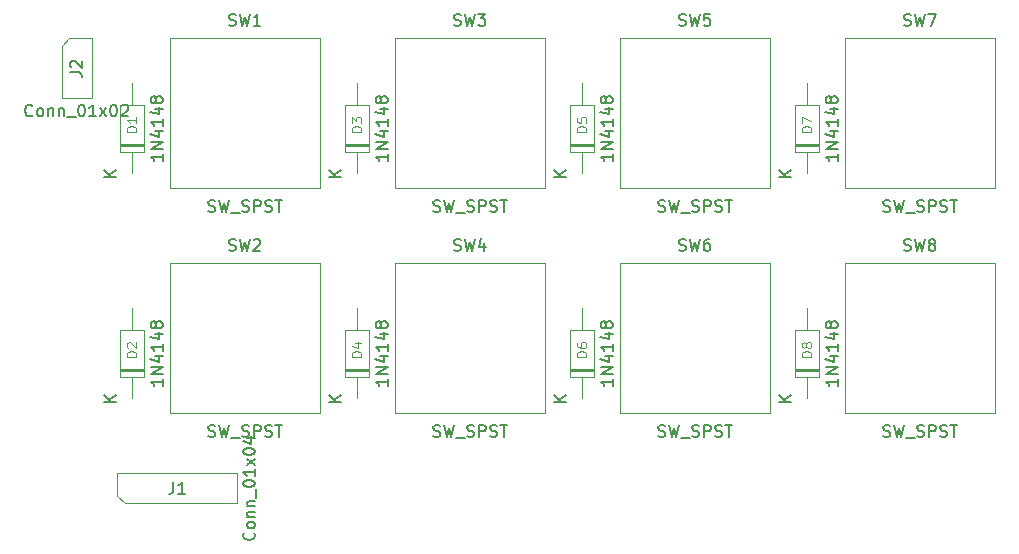
<source format=gbr>
G04 #@! TF.GenerationSoftware,KiCad,Pcbnew,(5.1.2)-1*
G04 #@! TF.CreationDate,2019-05-30T07:31:40-07:00*
G04 #@! TF.ProjectId,mechanical_keyboard_mk0,6d656368-616e-4696-9361-6c5f6b657962,rev?*
G04 #@! TF.SameCoordinates,Original*
G04 #@! TF.FileFunction,Other,Fab,Top*
%FSLAX46Y46*%
G04 Gerber Fmt 4.6, Leading zero omitted, Abs format (unit mm)*
G04 Created by KiCad (PCBNEW (5.1.2)-1) date 2019-05-30 07:31:40*
%MOMM*%
%LPD*%
G04 APERTURE LIST*
%ADD10C,0.100000*%
%ADD11C,0.150000*%
%ADD12C,0.120000*%
G04 APERTURE END LIST*
D10*
X104140000Y-60198000D02*
X104140000Y-47498000D01*
X116840000Y-60198000D02*
X104140000Y-60198000D01*
X116840000Y-47498000D02*
X116840000Y-60198000D01*
X104140000Y-47498000D02*
X116840000Y-47498000D01*
X161290000Y-79248000D02*
X161290000Y-66548000D01*
X173990000Y-79248000D02*
X161290000Y-79248000D01*
X173990000Y-66548000D02*
X173990000Y-79248000D01*
X161290000Y-66548000D02*
X173990000Y-66548000D01*
X161290000Y-60198000D02*
X161290000Y-47498000D01*
X173990000Y-60198000D02*
X161290000Y-60198000D01*
X173990000Y-47498000D02*
X173990000Y-60198000D01*
X161290000Y-47498000D02*
X173990000Y-47498000D01*
X142240000Y-79248000D02*
X142240000Y-66548000D01*
X154940000Y-79248000D02*
X142240000Y-79248000D01*
X154940000Y-66548000D02*
X154940000Y-79248000D01*
X142240000Y-66548000D02*
X154940000Y-66548000D01*
X142240000Y-60198000D02*
X142240000Y-47498000D01*
X154940000Y-60198000D02*
X142240000Y-60198000D01*
X154940000Y-47498000D02*
X154940000Y-60198000D01*
X142240000Y-47498000D02*
X154940000Y-47498000D01*
X94996000Y-48133000D02*
X95631000Y-47498000D01*
X94996000Y-52578000D02*
X94996000Y-48133000D01*
X97536000Y-52578000D02*
X94996000Y-52578000D01*
X97536000Y-47498000D02*
X97536000Y-52578000D01*
X95631000Y-47498000D02*
X97536000Y-47498000D01*
X100330000Y-86868000D02*
X99695000Y-86233000D01*
X109855000Y-86868000D02*
X100330000Y-86868000D01*
X109855000Y-84328000D02*
X109855000Y-86868000D01*
X99695000Y-84328000D02*
X109855000Y-84328000D01*
X99695000Y-86233000D02*
X99695000Y-84328000D01*
X157115000Y-75668000D02*
X159115000Y-75668000D01*
X157115000Y-75468000D02*
X159115000Y-75468000D01*
X157115000Y-75568000D02*
X159115000Y-75568000D01*
X158115000Y-70358000D02*
X158115000Y-72168000D01*
X158115000Y-77978000D02*
X158115000Y-76168000D01*
X157115000Y-72168000D02*
X157115000Y-76168000D01*
X159115000Y-72168000D02*
X157115000Y-72168000D01*
X159115000Y-76168000D02*
X159115000Y-72168000D01*
X157115000Y-76168000D02*
X159115000Y-76168000D01*
X157115000Y-56618000D02*
X159115000Y-56618000D01*
X157115000Y-56418000D02*
X159115000Y-56418000D01*
X157115000Y-56518000D02*
X159115000Y-56518000D01*
X158115000Y-51308000D02*
X158115000Y-53118000D01*
X158115000Y-58928000D02*
X158115000Y-57118000D01*
X157115000Y-53118000D02*
X157115000Y-57118000D01*
X159115000Y-53118000D02*
X157115000Y-53118000D01*
X159115000Y-57118000D02*
X159115000Y-53118000D01*
X157115000Y-57118000D02*
X159115000Y-57118000D01*
X138065000Y-75668000D02*
X140065000Y-75668000D01*
X138065000Y-75468000D02*
X140065000Y-75468000D01*
X138065000Y-75568000D02*
X140065000Y-75568000D01*
X139065000Y-70358000D02*
X139065000Y-72168000D01*
X139065000Y-77978000D02*
X139065000Y-76168000D01*
X138065000Y-72168000D02*
X138065000Y-76168000D01*
X140065000Y-72168000D02*
X138065000Y-72168000D01*
X140065000Y-76168000D02*
X140065000Y-72168000D01*
X138065000Y-76168000D02*
X140065000Y-76168000D01*
X138065000Y-56618000D02*
X140065000Y-56618000D01*
X138065000Y-56418000D02*
X140065000Y-56418000D01*
X138065000Y-56518000D02*
X140065000Y-56518000D01*
X139065000Y-51308000D02*
X139065000Y-53118000D01*
X139065000Y-58928000D02*
X139065000Y-57118000D01*
X138065000Y-53118000D02*
X138065000Y-57118000D01*
X140065000Y-53118000D02*
X138065000Y-53118000D01*
X140065000Y-57118000D02*
X140065000Y-53118000D01*
X138065000Y-57118000D02*
X140065000Y-57118000D01*
X123190000Y-79248000D02*
X123190000Y-66548000D01*
X135890000Y-79248000D02*
X123190000Y-79248000D01*
X135890000Y-66548000D02*
X135890000Y-79248000D01*
X123190000Y-66548000D02*
X135890000Y-66548000D01*
X123190000Y-60198000D02*
X123190000Y-47498000D01*
X135890000Y-60198000D02*
X123190000Y-60198000D01*
X135890000Y-47498000D02*
X135890000Y-60198000D01*
X123190000Y-47498000D02*
X135890000Y-47498000D01*
X104140000Y-79248000D02*
X104140000Y-66548000D01*
X116840000Y-79248000D02*
X104140000Y-79248000D01*
X116840000Y-66548000D02*
X116840000Y-79248000D01*
X104140000Y-66548000D02*
X116840000Y-66548000D01*
X119015000Y-75668000D02*
X121015000Y-75668000D01*
X119015000Y-75468000D02*
X121015000Y-75468000D01*
X119015000Y-75568000D02*
X121015000Y-75568000D01*
X120015000Y-70358000D02*
X120015000Y-72168000D01*
X120015000Y-77978000D02*
X120015000Y-76168000D01*
X119015000Y-72168000D02*
X119015000Y-76168000D01*
X121015000Y-72168000D02*
X119015000Y-72168000D01*
X121015000Y-76168000D02*
X121015000Y-72168000D01*
X119015000Y-76168000D02*
X121015000Y-76168000D01*
X119015000Y-56618000D02*
X121015000Y-56618000D01*
X119015000Y-56418000D02*
X121015000Y-56418000D01*
X119015000Y-56518000D02*
X121015000Y-56518000D01*
X120015000Y-51308000D02*
X120015000Y-53118000D01*
X120015000Y-58928000D02*
X120015000Y-57118000D01*
X119015000Y-53118000D02*
X119015000Y-57118000D01*
X121015000Y-53118000D02*
X119015000Y-53118000D01*
X121015000Y-57118000D02*
X121015000Y-53118000D01*
X119015000Y-57118000D02*
X121015000Y-57118000D01*
X99965000Y-75668000D02*
X101965000Y-75668000D01*
X99965000Y-75468000D02*
X101965000Y-75468000D01*
X99965000Y-75568000D02*
X101965000Y-75568000D01*
X100965000Y-70358000D02*
X100965000Y-72168000D01*
X100965000Y-77978000D02*
X100965000Y-76168000D01*
X99965000Y-72168000D02*
X99965000Y-76168000D01*
X101965000Y-72168000D02*
X99965000Y-72168000D01*
X101965000Y-76168000D02*
X101965000Y-72168000D01*
X99965000Y-76168000D02*
X101965000Y-76168000D01*
X99965000Y-56618000D02*
X101965000Y-56618000D01*
X99965000Y-56418000D02*
X101965000Y-56418000D01*
X99965000Y-56518000D02*
X101965000Y-56518000D01*
X100965000Y-51308000D02*
X100965000Y-53118000D01*
X100965000Y-58928000D02*
X100965000Y-57118000D01*
X99965000Y-53118000D02*
X99965000Y-57118000D01*
X101965000Y-53118000D02*
X99965000Y-53118000D01*
X101965000Y-57118000D02*
X101965000Y-53118000D01*
X99965000Y-57118000D02*
X101965000Y-57118000D01*
D11*
X107418571Y-62126761D02*
X107561428Y-62174380D01*
X107799523Y-62174380D01*
X107894761Y-62126761D01*
X107942380Y-62079142D01*
X107990000Y-61983904D01*
X107990000Y-61888666D01*
X107942380Y-61793428D01*
X107894761Y-61745809D01*
X107799523Y-61698190D01*
X107609047Y-61650571D01*
X107513809Y-61602952D01*
X107466190Y-61555333D01*
X107418571Y-61460095D01*
X107418571Y-61364857D01*
X107466190Y-61269619D01*
X107513809Y-61222000D01*
X107609047Y-61174380D01*
X107847142Y-61174380D01*
X107990000Y-61222000D01*
X108323333Y-61174380D02*
X108561428Y-62174380D01*
X108751904Y-61460095D01*
X108942380Y-62174380D01*
X109180476Y-61174380D01*
X109323333Y-62269619D02*
X110085238Y-62269619D01*
X110275714Y-62126761D02*
X110418571Y-62174380D01*
X110656666Y-62174380D01*
X110751904Y-62126761D01*
X110799523Y-62079142D01*
X110847142Y-61983904D01*
X110847142Y-61888666D01*
X110799523Y-61793428D01*
X110751904Y-61745809D01*
X110656666Y-61698190D01*
X110466190Y-61650571D01*
X110370952Y-61602952D01*
X110323333Y-61555333D01*
X110275714Y-61460095D01*
X110275714Y-61364857D01*
X110323333Y-61269619D01*
X110370952Y-61222000D01*
X110466190Y-61174380D01*
X110704285Y-61174380D01*
X110847142Y-61222000D01*
X111275714Y-62174380D02*
X111275714Y-61174380D01*
X111656666Y-61174380D01*
X111751904Y-61222000D01*
X111799523Y-61269619D01*
X111847142Y-61364857D01*
X111847142Y-61507714D01*
X111799523Y-61602952D01*
X111751904Y-61650571D01*
X111656666Y-61698190D01*
X111275714Y-61698190D01*
X112228095Y-62126761D02*
X112370952Y-62174380D01*
X112609047Y-62174380D01*
X112704285Y-62126761D01*
X112751904Y-62079142D01*
X112799523Y-61983904D01*
X112799523Y-61888666D01*
X112751904Y-61793428D01*
X112704285Y-61745809D01*
X112609047Y-61698190D01*
X112418571Y-61650571D01*
X112323333Y-61602952D01*
X112275714Y-61555333D01*
X112228095Y-61460095D01*
X112228095Y-61364857D01*
X112275714Y-61269619D01*
X112323333Y-61222000D01*
X112418571Y-61174380D01*
X112656666Y-61174380D01*
X112799523Y-61222000D01*
X113085238Y-61174380D02*
X113656666Y-61174380D01*
X113370952Y-62174380D02*
X113370952Y-61174380D01*
X109156666Y-46378761D02*
X109299523Y-46426380D01*
X109537619Y-46426380D01*
X109632857Y-46378761D01*
X109680476Y-46331142D01*
X109728095Y-46235904D01*
X109728095Y-46140666D01*
X109680476Y-46045428D01*
X109632857Y-45997809D01*
X109537619Y-45950190D01*
X109347142Y-45902571D01*
X109251904Y-45854952D01*
X109204285Y-45807333D01*
X109156666Y-45712095D01*
X109156666Y-45616857D01*
X109204285Y-45521619D01*
X109251904Y-45474000D01*
X109347142Y-45426380D01*
X109585238Y-45426380D01*
X109728095Y-45474000D01*
X110061428Y-45426380D02*
X110299523Y-46426380D01*
X110490000Y-45712095D01*
X110680476Y-46426380D01*
X110918571Y-45426380D01*
X111823333Y-46426380D02*
X111251904Y-46426380D01*
X111537619Y-46426380D02*
X111537619Y-45426380D01*
X111442380Y-45569238D01*
X111347142Y-45664476D01*
X111251904Y-45712095D01*
X164568571Y-81176761D02*
X164711428Y-81224380D01*
X164949523Y-81224380D01*
X165044761Y-81176761D01*
X165092380Y-81129142D01*
X165140000Y-81033904D01*
X165140000Y-80938666D01*
X165092380Y-80843428D01*
X165044761Y-80795809D01*
X164949523Y-80748190D01*
X164759047Y-80700571D01*
X164663809Y-80652952D01*
X164616190Y-80605333D01*
X164568571Y-80510095D01*
X164568571Y-80414857D01*
X164616190Y-80319619D01*
X164663809Y-80272000D01*
X164759047Y-80224380D01*
X164997142Y-80224380D01*
X165140000Y-80272000D01*
X165473333Y-80224380D02*
X165711428Y-81224380D01*
X165901904Y-80510095D01*
X166092380Y-81224380D01*
X166330476Y-80224380D01*
X166473333Y-81319619D02*
X167235238Y-81319619D01*
X167425714Y-81176761D02*
X167568571Y-81224380D01*
X167806666Y-81224380D01*
X167901904Y-81176761D01*
X167949523Y-81129142D01*
X167997142Y-81033904D01*
X167997142Y-80938666D01*
X167949523Y-80843428D01*
X167901904Y-80795809D01*
X167806666Y-80748190D01*
X167616190Y-80700571D01*
X167520952Y-80652952D01*
X167473333Y-80605333D01*
X167425714Y-80510095D01*
X167425714Y-80414857D01*
X167473333Y-80319619D01*
X167520952Y-80272000D01*
X167616190Y-80224380D01*
X167854285Y-80224380D01*
X167997142Y-80272000D01*
X168425714Y-81224380D02*
X168425714Y-80224380D01*
X168806666Y-80224380D01*
X168901904Y-80272000D01*
X168949523Y-80319619D01*
X168997142Y-80414857D01*
X168997142Y-80557714D01*
X168949523Y-80652952D01*
X168901904Y-80700571D01*
X168806666Y-80748190D01*
X168425714Y-80748190D01*
X169378095Y-81176761D02*
X169520952Y-81224380D01*
X169759047Y-81224380D01*
X169854285Y-81176761D01*
X169901904Y-81129142D01*
X169949523Y-81033904D01*
X169949523Y-80938666D01*
X169901904Y-80843428D01*
X169854285Y-80795809D01*
X169759047Y-80748190D01*
X169568571Y-80700571D01*
X169473333Y-80652952D01*
X169425714Y-80605333D01*
X169378095Y-80510095D01*
X169378095Y-80414857D01*
X169425714Y-80319619D01*
X169473333Y-80272000D01*
X169568571Y-80224380D01*
X169806666Y-80224380D01*
X169949523Y-80272000D01*
X170235238Y-80224380D02*
X170806666Y-80224380D01*
X170520952Y-81224380D02*
X170520952Y-80224380D01*
X166306666Y-65428761D02*
X166449523Y-65476380D01*
X166687619Y-65476380D01*
X166782857Y-65428761D01*
X166830476Y-65381142D01*
X166878095Y-65285904D01*
X166878095Y-65190666D01*
X166830476Y-65095428D01*
X166782857Y-65047809D01*
X166687619Y-65000190D01*
X166497142Y-64952571D01*
X166401904Y-64904952D01*
X166354285Y-64857333D01*
X166306666Y-64762095D01*
X166306666Y-64666857D01*
X166354285Y-64571619D01*
X166401904Y-64524000D01*
X166497142Y-64476380D01*
X166735238Y-64476380D01*
X166878095Y-64524000D01*
X167211428Y-64476380D02*
X167449523Y-65476380D01*
X167640000Y-64762095D01*
X167830476Y-65476380D01*
X168068571Y-64476380D01*
X168592380Y-64904952D02*
X168497142Y-64857333D01*
X168449523Y-64809714D01*
X168401904Y-64714476D01*
X168401904Y-64666857D01*
X168449523Y-64571619D01*
X168497142Y-64524000D01*
X168592380Y-64476380D01*
X168782857Y-64476380D01*
X168878095Y-64524000D01*
X168925714Y-64571619D01*
X168973333Y-64666857D01*
X168973333Y-64714476D01*
X168925714Y-64809714D01*
X168878095Y-64857333D01*
X168782857Y-64904952D01*
X168592380Y-64904952D01*
X168497142Y-64952571D01*
X168449523Y-65000190D01*
X168401904Y-65095428D01*
X168401904Y-65285904D01*
X168449523Y-65381142D01*
X168497142Y-65428761D01*
X168592380Y-65476380D01*
X168782857Y-65476380D01*
X168878095Y-65428761D01*
X168925714Y-65381142D01*
X168973333Y-65285904D01*
X168973333Y-65095428D01*
X168925714Y-65000190D01*
X168878095Y-64952571D01*
X168782857Y-64904952D01*
X164568571Y-62126761D02*
X164711428Y-62174380D01*
X164949523Y-62174380D01*
X165044761Y-62126761D01*
X165092380Y-62079142D01*
X165140000Y-61983904D01*
X165140000Y-61888666D01*
X165092380Y-61793428D01*
X165044761Y-61745809D01*
X164949523Y-61698190D01*
X164759047Y-61650571D01*
X164663809Y-61602952D01*
X164616190Y-61555333D01*
X164568571Y-61460095D01*
X164568571Y-61364857D01*
X164616190Y-61269619D01*
X164663809Y-61222000D01*
X164759047Y-61174380D01*
X164997142Y-61174380D01*
X165140000Y-61222000D01*
X165473333Y-61174380D02*
X165711428Y-62174380D01*
X165901904Y-61460095D01*
X166092380Y-62174380D01*
X166330476Y-61174380D01*
X166473333Y-62269619D02*
X167235238Y-62269619D01*
X167425714Y-62126761D02*
X167568571Y-62174380D01*
X167806666Y-62174380D01*
X167901904Y-62126761D01*
X167949523Y-62079142D01*
X167997142Y-61983904D01*
X167997142Y-61888666D01*
X167949523Y-61793428D01*
X167901904Y-61745809D01*
X167806666Y-61698190D01*
X167616190Y-61650571D01*
X167520952Y-61602952D01*
X167473333Y-61555333D01*
X167425714Y-61460095D01*
X167425714Y-61364857D01*
X167473333Y-61269619D01*
X167520952Y-61222000D01*
X167616190Y-61174380D01*
X167854285Y-61174380D01*
X167997142Y-61222000D01*
X168425714Y-62174380D02*
X168425714Y-61174380D01*
X168806666Y-61174380D01*
X168901904Y-61222000D01*
X168949523Y-61269619D01*
X168997142Y-61364857D01*
X168997142Y-61507714D01*
X168949523Y-61602952D01*
X168901904Y-61650571D01*
X168806666Y-61698190D01*
X168425714Y-61698190D01*
X169378095Y-62126761D02*
X169520952Y-62174380D01*
X169759047Y-62174380D01*
X169854285Y-62126761D01*
X169901904Y-62079142D01*
X169949523Y-61983904D01*
X169949523Y-61888666D01*
X169901904Y-61793428D01*
X169854285Y-61745809D01*
X169759047Y-61698190D01*
X169568571Y-61650571D01*
X169473333Y-61602952D01*
X169425714Y-61555333D01*
X169378095Y-61460095D01*
X169378095Y-61364857D01*
X169425714Y-61269619D01*
X169473333Y-61222000D01*
X169568571Y-61174380D01*
X169806666Y-61174380D01*
X169949523Y-61222000D01*
X170235238Y-61174380D02*
X170806666Y-61174380D01*
X170520952Y-62174380D02*
X170520952Y-61174380D01*
X166306666Y-46378761D02*
X166449523Y-46426380D01*
X166687619Y-46426380D01*
X166782857Y-46378761D01*
X166830476Y-46331142D01*
X166878095Y-46235904D01*
X166878095Y-46140666D01*
X166830476Y-46045428D01*
X166782857Y-45997809D01*
X166687619Y-45950190D01*
X166497142Y-45902571D01*
X166401904Y-45854952D01*
X166354285Y-45807333D01*
X166306666Y-45712095D01*
X166306666Y-45616857D01*
X166354285Y-45521619D01*
X166401904Y-45474000D01*
X166497142Y-45426380D01*
X166735238Y-45426380D01*
X166878095Y-45474000D01*
X167211428Y-45426380D02*
X167449523Y-46426380D01*
X167640000Y-45712095D01*
X167830476Y-46426380D01*
X168068571Y-45426380D01*
X168354285Y-45426380D02*
X169020952Y-45426380D01*
X168592380Y-46426380D01*
X145518571Y-81176761D02*
X145661428Y-81224380D01*
X145899523Y-81224380D01*
X145994761Y-81176761D01*
X146042380Y-81129142D01*
X146090000Y-81033904D01*
X146090000Y-80938666D01*
X146042380Y-80843428D01*
X145994761Y-80795809D01*
X145899523Y-80748190D01*
X145709047Y-80700571D01*
X145613809Y-80652952D01*
X145566190Y-80605333D01*
X145518571Y-80510095D01*
X145518571Y-80414857D01*
X145566190Y-80319619D01*
X145613809Y-80272000D01*
X145709047Y-80224380D01*
X145947142Y-80224380D01*
X146090000Y-80272000D01*
X146423333Y-80224380D02*
X146661428Y-81224380D01*
X146851904Y-80510095D01*
X147042380Y-81224380D01*
X147280476Y-80224380D01*
X147423333Y-81319619D02*
X148185238Y-81319619D01*
X148375714Y-81176761D02*
X148518571Y-81224380D01*
X148756666Y-81224380D01*
X148851904Y-81176761D01*
X148899523Y-81129142D01*
X148947142Y-81033904D01*
X148947142Y-80938666D01*
X148899523Y-80843428D01*
X148851904Y-80795809D01*
X148756666Y-80748190D01*
X148566190Y-80700571D01*
X148470952Y-80652952D01*
X148423333Y-80605333D01*
X148375714Y-80510095D01*
X148375714Y-80414857D01*
X148423333Y-80319619D01*
X148470952Y-80272000D01*
X148566190Y-80224380D01*
X148804285Y-80224380D01*
X148947142Y-80272000D01*
X149375714Y-81224380D02*
X149375714Y-80224380D01*
X149756666Y-80224380D01*
X149851904Y-80272000D01*
X149899523Y-80319619D01*
X149947142Y-80414857D01*
X149947142Y-80557714D01*
X149899523Y-80652952D01*
X149851904Y-80700571D01*
X149756666Y-80748190D01*
X149375714Y-80748190D01*
X150328095Y-81176761D02*
X150470952Y-81224380D01*
X150709047Y-81224380D01*
X150804285Y-81176761D01*
X150851904Y-81129142D01*
X150899523Y-81033904D01*
X150899523Y-80938666D01*
X150851904Y-80843428D01*
X150804285Y-80795809D01*
X150709047Y-80748190D01*
X150518571Y-80700571D01*
X150423333Y-80652952D01*
X150375714Y-80605333D01*
X150328095Y-80510095D01*
X150328095Y-80414857D01*
X150375714Y-80319619D01*
X150423333Y-80272000D01*
X150518571Y-80224380D01*
X150756666Y-80224380D01*
X150899523Y-80272000D01*
X151185238Y-80224380D02*
X151756666Y-80224380D01*
X151470952Y-81224380D02*
X151470952Y-80224380D01*
X147256666Y-65428761D02*
X147399523Y-65476380D01*
X147637619Y-65476380D01*
X147732857Y-65428761D01*
X147780476Y-65381142D01*
X147828095Y-65285904D01*
X147828095Y-65190666D01*
X147780476Y-65095428D01*
X147732857Y-65047809D01*
X147637619Y-65000190D01*
X147447142Y-64952571D01*
X147351904Y-64904952D01*
X147304285Y-64857333D01*
X147256666Y-64762095D01*
X147256666Y-64666857D01*
X147304285Y-64571619D01*
X147351904Y-64524000D01*
X147447142Y-64476380D01*
X147685238Y-64476380D01*
X147828095Y-64524000D01*
X148161428Y-64476380D02*
X148399523Y-65476380D01*
X148590000Y-64762095D01*
X148780476Y-65476380D01*
X149018571Y-64476380D01*
X149828095Y-64476380D02*
X149637619Y-64476380D01*
X149542380Y-64524000D01*
X149494761Y-64571619D01*
X149399523Y-64714476D01*
X149351904Y-64904952D01*
X149351904Y-65285904D01*
X149399523Y-65381142D01*
X149447142Y-65428761D01*
X149542380Y-65476380D01*
X149732857Y-65476380D01*
X149828095Y-65428761D01*
X149875714Y-65381142D01*
X149923333Y-65285904D01*
X149923333Y-65047809D01*
X149875714Y-64952571D01*
X149828095Y-64904952D01*
X149732857Y-64857333D01*
X149542380Y-64857333D01*
X149447142Y-64904952D01*
X149399523Y-64952571D01*
X149351904Y-65047809D01*
X145518571Y-62126761D02*
X145661428Y-62174380D01*
X145899523Y-62174380D01*
X145994761Y-62126761D01*
X146042380Y-62079142D01*
X146090000Y-61983904D01*
X146090000Y-61888666D01*
X146042380Y-61793428D01*
X145994761Y-61745809D01*
X145899523Y-61698190D01*
X145709047Y-61650571D01*
X145613809Y-61602952D01*
X145566190Y-61555333D01*
X145518571Y-61460095D01*
X145518571Y-61364857D01*
X145566190Y-61269619D01*
X145613809Y-61222000D01*
X145709047Y-61174380D01*
X145947142Y-61174380D01*
X146090000Y-61222000D01*
X146423333Y-61174380D02*
X146661428Y-62174380D01*
X146851904Y-61460095D01*
X147042380Y-62174380D01*
X147280476Y-61174380D01*
X147423333Y-62269619D02*
X148185238Y-62269619D01*
X148375714Y-62126761D02*
X148518571Y-62174380D01*
X148756666Y-62174380D01*
X148851904Y-62126761D01*
X148899523Y-62079142D01*
X148947142Y-61983904D01*
X148947142Y-61888666D01*
X148899523Y-61793428D01*
X148851904Y-61745809D01*
X148756666Y-61698190D01*
X148566190Y-61650571D01*
X148470952Y-61602952D01*
X148423333Y-61555333D01*
X148375714Y-61460095D01*
X148375714Y-61364857D01*
X148423333Y-61269619D01*
X148470952Y-61222000D01*
X148566190Y-61174380D01*
X148804285Y-61174380D01*
X148947142Y-61222000D01*
X149375714Y-62174380D02*
X149375714Y-61174380D01*
X149756666Y-61174380D01*
X149851904Y-61222000D01*
X149899523Y-61269619D01*
X149947142Y-61364857D01*
X149947142Y-61507714D01*
X149899523Y-61602952D01*
X149851904Y-61650571D01*
X149756666Y-61698190D01*
X149375714Y-61698190D01*
X150328095Y-62126761D02*
X150470952Y-62174380D01*
X150709047Y-62174380D01*
X150804285Y-62126761D01*
X150851904Y-62079142D01*
X150899523Y-61983904D01*
X150899523Y-61888666D01*
X150851904Y-61793428D01*
X150804285Y-61745809D01*
X150709047Y-61698190D01*
X150518571Y-61650571D01*
X150423333Y-61602952D01*
X150375714Y-61555333D01*
X150328095Y-61460095D01*
X150328095Y-61364857D01*
X150375714Y-61269619D01*
X150423333Y-61222000D01*
X150518571Y-61174380D01*
X150756666Y-61174380D01*
X150899523Y-61222000D01*
X151185238Y-61174380D02*
X151756666Y-61174380D01*
X151470952Y-62174380D02*
X151470952Y-61174380D01*
X147256666Y-46378761D02*
X147399523Y-46426380D01*
X147637619Y-46426380D01*
X147732857Y-46378761D01*
X147780476Y-46331142D01*
X147828095Y-46235904D01*
X147828095Y-46140666D01*
X147780476Y-46045428D01*
X147732857Y-45997809D01*
X147637619Y-45950190D01*
X147447142Y-45902571D01*
X147351904Y-45854952D01*
X147304285Y-45807333D01*
X147256666Y-45712095D01*
X147256666Y-45616857D01*
X147304285Y-45521619D01*
X147351904Y-45474000D01*
X147447142Y-45426380D01*
X147685238Y-45426380D01*
X147828095Y-45474000D01*
X148161428Y-45426380D02*
X148399523Y-46426380D01*
X148590000Y-45712095D01*
X148780476Y-46426380D01*
X149018571Y-45426380D01*
X149875714Y-45426380D02*
X149399523Y-45426380D01*
X149351904Y-45902571D01*
X149399523Y-45854952D01*
X149494761Y-45807333D01*
X149732857Y-45807333D01*
X149828095Y-45854952D01*
X149875714Y-45902571D01*
X149923333Y-45997809D01*
X149923333Y-46235904D01*
X149875714Y-46331142D01*
X149828095Y-46378761D01*
X149732857Y-46426380D01*
X149494761Y-46426380D01*
X149399523Y-46378761D01*
X149351904Y-46331142D01*
X92527904Y-53995142D02*
X92480285Y-54042761D01*
X92337428Y-54090380D01*
X92242190Y-54090380D01*
X92099333Y-54042761D01*
X92004095Y-53947523D01*
X91956476Y-53852285D01*
X91908857Y-53661809D01*
X91908857Y-53518952D01*
X91956476Y-53328476D01*
X92004095Y-53233238D01*
X92099333Y-53138000D01*
X92242190Y-53090380D01*
X92337428Y-53090380D01*
X92480285Y-53138000D01*
X92527904Y-53185619D01*
X93099333Y-54090380D02*
X93004095Y-54042761D01*
X92956476Y-53995142D01*
X92908857Y-53899904D01*
X92908857Y-53614190D01*
X92956476Y-53518952D01*
X93004095Y-53471333D01*
X93099333Y-53423714D01*
X93242190Y-53423714D01*
X93337428Y-53471333D01*
X93385047Y-53518952D01*
X93432666Y-53614190D01*
X93432666Y-53899904D01*
X93385047Y-53995142D01*
X93337428Y-54042761D01*
X93242190Y-54090380D01*
X93099333Y-54090380D01*
X93861238Y-53423714D02*
X93861238Y-54090380D01*
X93861238Y-53518952D02*
X93908857Y-53471333D01*
X94004095Y-53423714D01*
X94146952Y-53423714D01*
X94242190Y-53471333D01*
X94289809Y-53566571D01*
X94289809Y-54090380D01*
X94766000Y-53423714D02*
X94766000Y-54090380D01*
X94766000Y-53518952D02*
X94813619Y-53471333D01*
X94908857Y-53423714D01*
X95051714Y-53423714D01*
X95146952Y-53471333D01*
X95194571Y-53566571D01*
X95194571Y-54090380D01*
X95432666Y-54185619D02*
X96194571Y-54185619D01*
X96623142Y-53090380D02*
X96718380Y-53090380D01*
X96813619Y-53138000D01*
X96861238Y-53185619D01*
X96908857Y-53280857D01*
X96956476Y-53471333D01*
X96956476Y-53709428D01*
X96908857Y-53899904D01*
X96861238Y-53995142D01*
X96813619Y-54042761D01*
X96718380Y-54090380D01*
X96623142Y-54090380D01*
X96527904Y-54042761D01*
X96480285Y-53995142D01*
X96432666Y-53899904D01*
X96385047Y-53709428D01*
X96385047Y-53471333D01*
X96432666Y-53280857D01*
X96480285Y-53185619D01*
X96527904Y-53138000D01*
X96623142Y-53090380D01*
X97908857Y-54090380D02*
X97337428Y-54090380D01*
X97623142Y-54090380D02*
X97623142Y-53090380D01*
X97527904Y-53233238D01*
X97432666Y-53328476D01*
X97337428Y-53376095D01*
X98242190Y-54090380D02*
X98766000Y-53423714D01*
X98242190Y-53423714D02*
X98766000Y-54090380D01*
X99337428Y-53090380D02*
X99432666Y-53090380D01*
X99527904Y-53138000D01*
X99575523Y-53185619D01*
X99623142Y-53280857D01*
X99670761Y-53471333D01*
X99670761Y-53709428D01*
X99623142Y-53899904D01*
X99575523Y-53995142D01*
X99527904Y-54042761D01*
X99432666Y-54090380D01*
X99337428Y-54090380D01*
X99242190Y-54042761D01*
X99194571Y-53995142D01*
X99146952Y-53899904D01*
X99099333Y-53709428D01*
X99099333Y-53471333D01*
X99146952Y-53280857D01*
X99194571Y-53185619D01*
X99242190Y-53138000D01*
X99337428Y-53090380D01*
X100051714Y-53185619D02*
X100099333Y-53138000D01*
X100194571Y-53090380D01*
X100432666Y-53090380D01*
X100527904Y-53138000D01*
X100575523Y-53185619D01*
X100623142Y-53280857D01*
X100623142Y-53376095D01*
X100575523Y-53518952D01*
X100004095Y-54090380D01*
X100623142Y-54090380D01*
X95718380Y-50371333D02*
X96432666Y-50371333D01*
X96575523Y-50418952D01*
X96670761Y-50514190D01*
X96718380Y-50657047D01*
X96718380Y-50752285D01*
X95813619Y-49942761D02*
X95766000Y-49895142D01*
X95718380Y-49799904D01*
X95718380Y-49561809D01*
X95766000Y-49466571D01*
X95813619Y-49418952D01*
X95908857Y-49371333D01*
X96004095Y-49371333D01*
X96146952Y-49418952D01*
X96718380Y-49990380D01*
X96718380Y-49371333D01*
X111272142Y-89336095D02*
X111319761Y-89383714D01*
X111367380Y-89526571D01*
X111367380Y-89621809D01*
X111319761Y-89764666D01*
X111224523Y-89859904D01*
X111129285Y-89907523D01*
X110938809Y-89955142D01*
X110795952Y-89955142D01*
X110605476Y-89907523D01*
X110510238Y-89859904D01*
X110415000Y-89764666D01*
X110367380Y-89621809D01*
X110367380Y-89526571D01*
X110415000Y-89383714D01*
X110462619Y-89336095D01*
X111367380Y-88764666D02*
X111319761Y-88859904D01*
X111272142Y-88907523D01*
X111176904Y-88955142D01*
X110891190Y-88955142D01*
X110795952Y-88907523D01*
X110748333Y-88859904D01*
X110700714Y-88764666D01*
X110700714Y-88621809D01*
X110748333Y-88526571D01*
X110795952Y-88478952D01*
X110891190Y-88431333D01*
X111176904Y-88431333D01*
X111272142Y-88478952D01*
X111319761Y-88526571D01*
X111367380Y-88621809D01*
X111367380Y-88764666D01*
X110700714Y-88002761D02*
X111367380Y-88002761D01*
X110795952Y-88002761D02*
X110748333Y-87955142D01*
X110700714Y-87859904D01*
X110700714Y-87717047D01*
X110748333Y-87621809D01*
X110843571Y-87574190D01*
X111367380Y-87574190D01*
X110700714Y-87098000D02*
X111367380Y-87098000D01*
X110795952Y-87098000D02*
X110748333Y-87050380D01*
X110700714Y-86955142D01*
X110700714Y-86812285D01*
X110748333Y-86717047D01*
X110843571Y-86669428D01*
X111367380Y-86669428D01*
X111462619Y-86431333D02*
X111462619Y-85669428D01*
X110367380Y-85240857D02*
X110367380Y-85145619D01*
X110415000Y-85050380D01*
X110462619Y-85002761D01*
X110557857Y-84955142D01*
X110748333Y-84907523D01*
X110986428Y-84907523D01*
X111176904Y-84955142D01*
X111272142Y-85002761D01*
X111319761Y-85050380D01*
X111367380Y-85145619D01*
X111367380Y-85240857D01*
X111319761Y-85336095D01*
X111272142Y-85383714D01*
X111176904Y-85431333D01*
X110986428Y-85478952D01*
X110748333Y-85478952D01*
X110557857Y-85431333D01*
X110462619Y-85383714D01*
X110415000Y-85336095D01*
X110367380Y-85240857D01*
X111367380Y-83955142D02*
X111367380Y-84526571D01*
X111367380Y-84240857D02*
X110367380Y-84240857D01*
X110510238Y-84336095D01*
X110605476Y-84431333D01*
X110653095Y-84526571D01*
X111367380Y-83621809D02*
X110700714Y-83098000D01*
X110700714Y-83621809D02*
X111367380Y-83098000D01*
X110367380Y-82526571D02*
X110367380Y-82431333D01*
X110415000Y-82336095D01*
X110462619Y-82288476D01*
X110557857Y-82240857D01*
X110748333Y-82193238D01*
X110986428Y-82193238D01*
X111176904Y-82240857D01*
X111272142Y-82288476D01*
X111319761Y-82336095D01*
X111367380Y-82431333D01*
X111367380Y-82526571D01*
X111319761Y-82621809D01*
X111272142Y-82669428D01*
X111176904Y-82717047D01*
X110986428Y-82764666D01*
X110748333Y-82764666D01*
X110557857Y-82717047D01*
X110462619Y-82669428D01*
X110415000Y-82621809D01*
X110367380Y-82526571D01*
X110700714Y-81336095D02*
X111367380Y-81336095D01*
X110319761Y-81574190D02*
X111034047Y-81812285D01*
X111034047Y-81193238D01*
X104441666Y-85050380D02*
X104441666Y-85764666D01*
X104394047Y-85907523D01*
X104298809Y-86002761D01*
X104155952Y-86050380D01*
X104060714Y-86050380D01*
X105441666Y-86050380D02*
X104870238Y-86050380D01*
X105155952Y-86050380D02*
X105155952Y-85050380D01*
X105060714Y-85193238D01*
X104965476Y-85288476D01*
X104870238Y-85336095D01*
X160687380Y-76310857D02*
X160687380Y-76882285D01*
X160687380Y-76596571D02*
X159687380Y-76596571D01*
X159830238Y-76691809D01*
X159925476Y-76787047D01*
X159973095Y-76882285D01*
X160687380Y-75882285D02*
X159687380Y-75882285D01*
X160687380Y-75310857D01*
X159687380Y-75310857D01*
X160020714Y-74406095D02*
X160687380Y-74406095D01*
X159639761Y-74644190D02*
X160354047Y-74882285D01*
X160354047Y-74263238D01*
X160687380Y-73358476D02*
X160687380Y-73929904D01*
X160687380Y-73644190D02*
X159687380Y-73644190D01*
X159830238Y-73739428D01*
X159925476Y-73834666D01*
X159973095Y-73929904D01*
X160020714Y-72501333D02*
X160687380Y-72501333D01*
X159639761Y-72739428D02*
X160354047Y-72977523D01*
X160354047Y-72358476D01*
X160115952Y-71834666D02*
X160068333Y-71929904D01*
X160020714Y-71977523D01*
X159925476Y-72025142D01*
X159877857Y-72025142D01*
X159782619Y-71977523D01*
X159735000Y-71929904D01*
X159687380Y-71834666D01*
X159687380Y-71644190D01*
X159735000Y-71548952D01*
X159782619Y-71501333D01*
X159877857Y-71453714D01*
X159925476Y-71453714D01*
X160020714Y-71501333D01*
X160068333Y-71548952D01*
X160115952Y-71644190D01*
X160115952Y-71834666D01*
X160163571Y-71929904D01*
X160211190Y-71977523D01*
X160306428Y-72025142D01*
X160496904Y-72025142D01*
X160592142Y-71977523D01*
X160639761Y-71929904D01*
X160687380Y-71834666D01*
X160687380Y-71644190D01*
X160639761Y-71548952D01*
X160592142Y-71501333D01*
X160496904Y-71453714D01*
X160306428Y-71453714D01*
X160211190Y-71501333D01*
X160163571Y-71548952D01*
X160115952Y-71644190D01*
X156767380Y-78239904D02*
X155767380Y-78239904D01*
X156767380Y-77668476D02*
X156195952Y-78097047D01*
X155767380Y-77668476D02*
X156338809Y-78239904D01*
D12*
X158476904Y-74458476D02*
X157676904Y-74458476D01*
X157676904Y-74268000D01*
X157715000Y-74153714D01*
X157791190Y-74077523D01*
X157867380Y-74039428D01*
X158019761Y-74001333D01*
X158134047Y-74001333D01*
X158286428Y-74039428D01*
X158362619Y-74077523D01*
X158438809Y-74153714D01*
X158476904Y-74268000D01*
X158476904Y-74458476D01*
X158019761Y-73544190D02*
X157981666Y-73620380D01*
X157943571Y-73658476D01*
X157867380Y-73696571D01*
X157829285Y-73696571D01*
X157753095Y-73658476D01*
X157715000Y-73620380D01*
X157676904Y-73544190D01*
X157676904Y-73391809D01*
X157715000Y-73315619D01*
X157753095Y-73277523D01*
X157829285Y-73239428D01*
X157867380Y-73239428D01*
X157943571Y-73277523D01*
X157981666Y-73315619D01*
X158019761Y-73391809D01*
X158019761Y-73544190D01*
X158057857Y-73620380D01*
X158095952Y-73658476D01*
X158172142Y-73696571D01*
X158324523Y-73696571D01*
X158400714Y-73658476D01*
X158438809Y-73620380D01*
X158476904Y-73544190D01*
X158476904Y-73391809D01*
X158438809Y-73315619D01*
X158400714Y-73277523D01*
X158324523Y-73239428D01*
X158172142Y-73239428D01*
X158095952Y-73277523D01*
X158057857Y-73315619D01*
X158019761Y-73391809D01*
D11*
X160687380Y-57260857D02*
X160687380Y-57832285D01*
X160687380Y-57546571D02*
X159687380Y-57546571D01*
X159830238Y-57641809D01*
X159925476Y-57737047D01*
X159973095Y-57832285D01*
X160687380Y-56832285D02*
X159687380Y-56832285D01*
X160687380Y-56260857D01*
X159687380Y-56260857D01*
X160020714Y-55356095D02*
X160687380Y-55356095D01*
X159639761Y-55594190D02*
X160354047Y-55832285D01*
X160354047Y-55213238D01*
X160687380Y-54308476D02*
X160687380Y-54879904D01*
X160687380Y-54594190D02*
X159687380Y-54594190D01*
X159830238Y-54689428D01*
X159925476Y-54784666D01*
X159973095Y-54879904D01*
X160020714Y-53451333D02*
X160687380Y-53451333D01*
X159639761Y-53689428D02*
X160354047Y-53927523D01*
X160354047Y-53308476D01*
X160115952Y-52784666D02*
X160068333Y-52879904D01*
X160020714Y-52927523D01*
X159925476Y-52975142D01*
X159877857Y-52975142D01*
X159782619Y-52927523D01*
X159735000Y-52879904D01*
X159687380Y-52784666D01*
X159687380Y-52594190D01*
X159735000Y-52498952D01*
X159782619Y-52451333D01*
X159877857Y-52403714D01*
X159925476Y-52403714D01*
X160020714Y-52451333D01*
X160068333Y-52498952D01*
X160115952Y-52594190D01*
X160115952Y-52784666D01*
X160163571Y-52879904D01*
X160211190Y-52927523D01*
X160306428Y-52975142D01*
X160496904Y-52975142D01*
X160592142Y-52927523D01*
X160639761Y-52879904D01*
X160687380Y-52784666D01*
X160687380Y-52594190D01*
X160639761Y-52498952D01*
X160592142Y-52451333D01*
X160496904Y-52403714D01*
X160306428Y-52403714D01*
X160211190Y-52451333D01*
X160163571Y-52498952D01*
X160115952Y-52594190D01*
X156767380Y-59189904D02*
X155767380Y-59189904D01*
X156767380Y-58618476D02*
X156195952Y-59047047D01*
X155767380Y-58618476D02*
X156338809Y-59189904D01*
D12*
X158476904Y-55408476D02*
X157676904Y-55408476D01*
X157676904Y-55218000D01*
X157715000Y-55103714D01*
X157791190Y-55027523D01*
X157867380Y-54989428D01*
X158019761Y-54951333D01*
X158134047Y-54951333D01*
X158286428Y-54989428D01*
X158362619Y-55027523D01*
X158438809Y-55103714D01*
X158476904Y-55218000D01*
X158476904Y-55408476D01*
X157676904Y-54684666D02*
X157676904Y-54151333D01*
X158476904Y-54494190D01*
D11*
X141637380Y-76310857D02*
X141637380Y-76882285D01*
X141637380Y-76596571D02*
X140637380Y-76596571D01*
X140780238Y-76691809D01*
X140875476Y-76787047D01*
X140923095Y-76882285D01*
X141637380Y-75882285D02*
X140637380Y-75882285D01*
X141637380Y-75310857D01*
X140637380Y-75310857D01*
X140970714Y-74406095D02*
X141637380Y-74406095D01*
X140589761Y-74644190D02*
X141304047Y-74882285D01*
X141304047Y-74263238D01*
X141637380Y-73358476D02*
X141637380Y-73929904D01*
X141637380Y-73644190D02*
X140637380Y-73644190D01*
X140780238Y-73739428D01*
X140875476Y-73834666D01*
X140923095Y-73929904D01*
X140970714Y-72501333D02*
X141637380Y-72501333D01*
X140589761Y-72739428D02*
X141304047Y-72977523D01*
X141304047Y-72358476D01*
X141065952Y-71834666D02*
X141018333Y-71929904D01*
X140970714Y-71977523D01*
X140875476Y-72025142D01*
X140827857Y-72025142D01*
X140732619Y-71977523D01*
X140685000Y-71929904D01*
X140637380Y-71834666D01*
X140637380Y-71644190D01*
X140685000Y-71548952D01*
X140732619Y-71501333D01*
X140827857Y-71453714D01*
X140875476Y-71453714D01*
X140970714Y-71501333D01*
X141018333Y-71548952D01*
X141065952Y-71644190D01*
X141065952Y-71834666D01*
X141113571Y-71929904D01*
X141161190Y-71977523D01*
X141256428Y-72025142D01*
X141446904Y-72025142D01*
X141542142Y-71977523D01*
X141589761Y-71929904D01*
X141637380Y-71834666D01*
X141637380Y-71644190D01*
X141589761Y-71548952D01*
X141542142Y-71501333D01*
X141446904Y-71453714D01*
X141256428Y-71453714D01*
X141161190Y-71501333D01*
X141113571Y-71548952D01*
X141065952Y-71644190D01*
X137717380Y-78239904D02*
X136717380Y-78239904D01*
X137717380Y-77668476D02*
X137145952Y-78097047D01*
X136717380Y-77668476D02*
X137288809Y-78239904D01*
D12*
X139426904Y-74458476D02*
X138626904Y-74458476D01*
X138626904Y-74268000D01*
X138665000Y-74153714D01*
X138741190Y-74077523D01*
X138817380Y-74039428D01*
X138969761Y-74001333D01*
X139084047Y-74001333D01*
X139236428Y-74039428D01*
X139312619Y-74077523D01*
X139388809Y-74153714D01*
X139426904Y-74268000D01*
X139426904Y-74458476D01*
X138626904Y-73315619D02*
X138626904Y-73468000D01*
X138665000Y-73544190D01*
X138703095Y-73582285D01*
X138817380Y-73658476D01*
X138969761Y-73696571D01*
X139274523Y-73696571D01*
X139350714Y-73658476D01*
X139388809Y-73620380D01*
X139426904Y-73544190D01*
X139426904Y-73391809D01*
X139388809Y-73315619D01*
X139350714Y-73277523D01*
X139274523Y-73239428D01*
X139084047Y-73239428D01*
X139007857Y-73277523D01*
X138969761Y-73315619D01*
X138931666Y-73391809D01*
X138931666Y-73544190D01*
X138969761Y-73620380D01*
X139007857Y-73658476D01*
X139084047Y-73696571D01*
D11*
X141637380Y-57260857D02*
X141637380Y-57832285D01*
X141637380Y-57546571D02*
X140637380Y-57546571D01*
X140780238Y-57641809D01*
X140875476Y-57737047D01*
X140923095Y-57832285D01*
X141637380Y-56832285D02*
X140637380Y-56832285D01*
X141637380Y-56260857D01*
X140637380Y-56260857D01*
X140970714Y-55356095D02*
X141637380Y-55356095D01*
X140589761Y-55594190D02*
X141304047Y-55832285D01*
X141304047Y-55213238D01*
X141637380Y-54308476D02*
X141637380Y-54879904D01*
X141637380Y-54594190D02*
X140637380Y-54594190D01*
X140780238Y-54689428D01*
X140875476Y-54784666D01*
X140923095Y-54879904D01*
X140970714Y-53451333D02*
X141637380Y-53451333D01*
X140589761Y-53689428D02*
X141304047Y-53927523D01*
X141304047Y-53308476D01*
X141065952Y-52784666D02*
X141018333Y-52879904D01*
X140970714Y-52927523D01*
X140875476Y-52975142D01*
X140827857Y-52975142D01*
X140732619Y-52927523D01*
X140685000Y-52879904D01*
X140637380Y-52784666D01*
X140637380Y-52594190D01*
X140685000Y-52498952D01*
X140732619Y-52451333D01*
X140827857Y-52403714D01*
X140875476Y-52403714D01*
X140970714Y-52451333D01*
X141018333Y-52498952D01*
X141065952Y-52594190D01*
X141065952Y-52784666D01*
X141113571Y-52879904D01*
X141161190Y-52927523D01*
X141256428Y-52975142D01*
X141446904Y-52975142D01*
X141542142Y-52927523D01*
X141589761Y-52879904D01*
X141637380Y-52784666D01*
X141637380Y-52594190D01*
X141589761Y-52498952D01*
X141542142Y-52451333D01*
X141446904Y-52403714D01*
X141256428Y-52403714D01*
X141161190Y-52451333D01*
X141113571Y-52498952D01*
X141065952Y-52594190D01*
X137717380Y-59189904D02*
X136717380Y-59189904D01*
X137717380Y-58618476D02*
X137145952Y-59047047D01*
X136717380Y-58618476D02*
X137288809Y-59189904D01*
D12*
X139426904Y-55408476D02*
X138626904Y-55408476D01*
X138626904Y-55218000D01*
X138665000Y-55103714D01*
X138741190Y-55027523D01*
X138817380Y-54989428D01*
X138969761Y-54951333D01*
X139084047Y-54951333D01*
X139236428Y-54989428D01*
X139312619Y-55027523D01*
X139388809Y-55103714D01*
X139426904Y-55218000D01*
X139426904Y-55408476D01*
X138626904Y-54227523D02*
X138626904Y-54608476D01*
X139007857Y-54646571D01*
X138969761Y-54608476D01*
X138931666Y-54532285D01*
X138931666Y-54341809D01*
X138969761Y-54265619D01*
X139007857Y-54227523D01*
X139084047Y-54189428D01*
X139274523Y-54189428D01*
X139350714Y-54227523D01*
X139388809Y-54265619D01*
X139426904Y-54341809D01*
X139426904Y-54532285D01*
X139388809Y-54608476D01*
X139350714Y-54646571D01*
D11*
X126468571Y-81176761D02*
X126611428Y-81224380D01*
X126849523Y-81224380D01*
X126944761Y-81176761D01*
X126992380Y-81129142D01*
X127040000Y-81033904D01*
X127040000Y-80938666D01*
X126992380Y-80843428D01*
X126944761Y-80795809D01*
X126849523Y-80748190D01*
X126659047Y-80700571D01*
X126563809Y-80652952D01*
X126516190Y-80605333D01*
X126468571Y-80510095D01*
X126468571Y-80414857D01*
X126516190Y-80319619D01*
X126563809Y-80272000D01*
X126659047Y-80224380D01*
X126897142Y-80224380D01*
X127040000Y-80272000D01*
X127373333Y-80224380D02*
X127611428Y-81224380D01*
X127801904Y-80510095D01*
X127992380Y-81224380D01*
X128230476Y-80224380D01*
X128373333Y-81319619D02*
X129135238Y-81319619D01*
X129325714Y-81176761D02*
X129468571Y-81224380D01*
X129706666Y-81224380D01*
X129801904Y-81176761D01*
X129849523Y-81129142D01*
X129897142Y-81033904D01*
X129897142Y-80938666D01*
X129849523Y-80843428D01*
X129801904Y-80795809D01*
X129706666Y-80748190D01*
X129516190Y-80700571D01*
X129420952Y-80652952D01*
X129373333Y-80605333D01*
X129325714Y-80510095D01*
X129325714Y-80414857D01*
X129373333Y-80319619D01*
X129420952Y-80272000D01*
X129516190Y-80224380D01*
X129754285Y-80224380D01*
X129897142Y-80272000D01*
X130325714Y-81224380D02*
X130325714Y-80224380D01*
X130706666Y-80224380D01*
X130801904Y-80272000D01*
X130849523Y-80319619D01*
X130897142Y-80414857D01*
X130897142Y-80557714D01*
X130849523Y-80652952D01*
X130801904Y-80700571D01*
X130706666Y-80748190D01*
X130325714Y-80748190D01*
X131278095Y-81176761D02*
X131420952Y-81224380D01*
X131659047Y-81224380D01*
X131754285Y-81176761D01*
X131801904Y-81129142D01*
X131849523Y-81033904D01*
X131849523Y-80938666D01*
X131801904Y-80843428D01*
X131754285Y-80795809D01*
X131659047Y-80748190D01*
X131468571Y-80700571D01*
X131373333Y-80652952D01*
X131325714Y-80605333D01*
X131278095Y-80510095D01*
X131278095Y-80414857D01*
X131325714Y-80319619D01*
X131373333Y-80272000D01*
X131468571Y-80224380D01*
X131706666Y-80224380D01*
X131849523Y-80272000D01*
X132135238Y-80224380D02*
X132706666Y-80224380D01*
X132420952Y-81224380D02*
X132420952Y-80224380D01*
X128206666Y-65428761D02*
X128349523Y-65476380D01*
X128587619Y-65476380D01*
X128682857Y-65428761D01*
X128730476Y-65381142D01*
X128778095Y-65285904D01*
X128778095Y-65190666D01*
X128730476Y-65095428D01*
X128682857Y-65047809D01*
X128587619Y-65000190D01*
X128397142Y-64952571D01*
X128301904Y-64904952D01*
X128254285Y-64857333D01*
X128206666Y-64762095D01*
X128206666Y-64666857D01*
X128254285Y-64571619D01*
X128301904Y-64524000D01*
X128397142Y-64476380D01*
X128635238Y-64476380D01*
X128778095Y-64524000D01*
X129111428Y-64476380D02*
X129349523Y-65476380D01*
X129540000Y-64762095D01*
X129730476Y-65476380D01*
X129968571Y-64476380D01*
X130778095Y-64809714D02*
X130778095Y-65476380D01*
X130540000Y-64428761D02*
X130301904Y-65143047D01*
X130920952Y-65143047D01*
X126468571Y-62126761D02*
X126611428Y-62174380D01*
X126849523Y-62174380D01*
X126944761Y-62126761D01*
X126992380Y-62079142D01*
X127040000Y-61983904D01*
X127040000Y-61888666D01*
X126992380Y-61793428D01*
X126944761Y-61745809D01*
X126849523Y-61698190D01*
X126659047Y-61650571D01*
X126563809Y-61602952D01*
X126516190Y-61555333D01*
X126468571Y-61460095D01*
X126468571Y-61364857D01*
X126516190Y-61269619D01*
X126563809Y-61222000D01*
X126659047Y-61174380D01*
X126897142Y-61174380D01*
X127040000Y-61222000D01*
X127373333Y-61174380D02*
X127611428Y-62174380D01*
X127801904Y-61460095D01*
X127992380Y-62174380D01*
X128230476Y-61174380D01*
X128373333Y-62269619D02*
X129135238Y-62269619D01*
X129325714Y-62126761D02*
X129468571Y-62174380D01*
X129706666Y-62174380D01*
X129801904Y-62126761D01*
X129849523Y-62079142D01*
X129897142Y-61983904D01*
X129897142Y-61888666D01*
X129849523Y-61793428D01*
X129801904Y-61745809D01*
X129706666Y-61698190D01*
X129516190Y-61650571D01*
X129420952Y-61602952D01*
X129373333Y-61555333D01*
X129325714Y-61460095D01*
X129325714Y-61364857D01*
X129373333Y-61269619D01*
X129420952Y-61222000D01*
X129516190Y-61174380D01*
X129754285Y-61174380D01*
X129897142Y-61222000D01*
X130325714Y-62174380D02*
X130325714Y-61174380D01*
X130706666Y-61174380D01*
X130801904Y-61222000D01*
X130849523Y-61269619D01*
X130897142Y-61364857D01*
X130897142Y-61507714D01*
X130849523Y-61602952D01*
X130801904Y-61650571D01*
X130706666Y-61698190D01*
X130325714Y-61698190D01*
X131278095Y-62126761D02*
X131420952Y-62174380D01*
X131659047Y-62174380D01*
X131754285Y-62126761D01*
X131801904Y-62079142D01*
X131849523Y-61983904D01*
X131849523Y-61888666D01*
X131801904Y-61793428D01*
X131754285Y-61745809D01*
X131659047Y-61698190D01*
X131468571Y-61650571D01*
X131373333Y-61602952D01*
X131325714Y-61555333D01*
X131278095Y-61460095D01*
X131278095Y-61364857D01*
X131325714Y-61269619D01*
X131373333Y-61222000D01*
X131468571Y-61174380D01*
X131706666Y-61174380D01*
X131849523Y-61222000D01*
X132135238Y-61174380D02*
X132706666Y-61174380D01*
X132420952Y-62174380D02*
X132420952Y-61174380D01*
X128206666Y-46378761D02*
X128349523Y-46426380D01*
X128587619Y-46426380D01*
X128682857Y-46378761D01*
X128730476Y-46331142D01*
X128778095Y-46235904D01*
X128778095Y-46140666D01*
X128730476Y-46045428D01*
X128682857Y-45997809D01*
X128587619Y-45950190D01*
X128397142Y-45902571D01*
X128301904Y-45854952D01*
X128254285Y-45807333D01*
X128206666Y-45712095D01*
X128206666Y-45616857D01*
X128254285Y-45521619D01*
X128301904Y-45474000D01*
X128397142Y-45426380D01*
X128635238Y-45426380D01*
X128778095Y-45474000D01*
X129111428Y-45426380D02*
X129349523Y-46426380D01*
X129540000Y-45712095D01*
X129730476Y-46426380D01*
X129968571Y-45426380D01*
X130254285Y-45426380D02*
X130873333Y-45426380D01*
X130540000Y-45807333D01*
X130682857Y-45807333D01*
X130778095Y-45854952D01*
X130825714Y-45902571D01*
X130873333Y-45997809D01*
X130873333Y-46235904D01*
X130825714Y-46331142D01*
X130778095Y-46378761D01*
X130682857Y-46426380D01*
X130397142Y-46426380D01*
X130301904Y-46378761D01*
X130254285Y-46331142D01*
X107418571Y-81176761D02*
X107561428Y-81224380D01*
X107799523Y-81224380D01*
X107894761Y-81176761D01*
X107942380Y-81129142D01*
X107990000Y-81033904D01*
X107990000Y-80938666D01*
X107942380Y-80843428D01*
X107894761Y-80795809D01*
X107799523Y-80748190D01*
X107609047Y-80700571D01*
X107513809Y-80652952D01*
X107466190Y-80605333D01*
X107418571Y-80510095D01*
X107418571Y-80414857D01*
X107466190Y-80319619D01*
X107513809Y-80272000D01*
X107609047Y-80224380D01*
X107847142Y-80224380D01*
X107990000Y-80272000D01*
X108323333Y-80224380D02*
X108561428Y-81224380D01*
X108751904Y-80510095D01*
X108942380Y-81224380D01*
X109180476Y-80224380D01*
X109323333Y-81319619D02*
X110085238Y-81319619D01*
X110275714Y-81176761D02*
X110418571Y-81224380D01*
X110656666Y-81224380D01*
X110751904Y-81176761D01*
X110799523Y-81129142D01*
X110847142Y-81033904D01*
X110847142Y-80938666D01*
X110799523Y-80843428D01*
X110751904Y-80795809D01*
X110656666Y-80748190D01*
X110466190Y-80700571D01*
X110370952Y-80652952D01*
X110323333Y-80605333D01*
X110275714Y-80510095D01*
X110275714Y-80414857D01*
X110323333Y-80319619D01*
X110370952Y-80272000D01*
X110466190Y-80224380D01*
X110704285Y-80224380D01*
X110847142Y-80272000D01*
X111275714Y-81224380D02*
X111275714Y-80224380D01*
X111656666Y-80224380D01*
X111751904Y-80272000D01*
X111799523Y-80319619D01*
X111847142Y-80414857D01*
X111847142Y-80557714D01*
X111799523Y-80652952D01*
X111751904Y-80700571D01*
X111656666Y-80748190D01*
X111275714Y-80748190D01*
X112228095Y-81176761D02*
X112370952Y-81224380D01*
X112609047Y-81224380D01*
X112704285Y-81176761D01*
X112751904Y-81129142D01*
X112799523Y-81033904D01*
X112799523Y-80938666D01*
X112751904Y-80843428D01*
X112704285Y-80795809D01*
X112609047Y-80748190D01*
X112418571Y-80700571D01*
X112323333Y-80652952D01*
X112275714Y-80605333D01*
X112228095Y-80510095D01*
X112228095Y-80414857D01*
X112275714Y-80319619D01*
X112323333Y-80272000D01*
X112418571Y-80224380D01*
X112656666Y-80224380D01*
X112799523Y-80272000D01*
X113085238Y-80224380D02*
X113656666Y-80224380D01*
X113370952Y-81224380D02*
X113370952Y-80224380D01*
X109156666Y-65428761D02*
X109299523Y-65476380D01*
X109537619Y-65476380D01*
X109632857Y-65428761D01*
X109680476Y-65381142D01*
X109728095Y-65285904D01*
X109728095Y-65190666D01*
X109680476Y-65095428D01*
X109632857Y-65047809D01*
X109537619Y-65000190D01*
X109347142Y-64952571D01*
X109251904Y-64904952D01*
X109204285Y-64857333D01*
X109156666Y-64762095D01*
X109156666Y-64666857D01*
X109204285Y-64571619D01*
X109251904Y-64524000D01*
X109347142Y-64476380D01*
X109585238Y-64476380D01*
X109728095Y-64524000D01*
X110061428Y-64476380D02*
X110299523Y-65476380D01*
X110490000Y-64762095D01*
X110680476Y-65476380D01*
X110918571Y-64476380D01*
X111251904Y-64571619D02*
X111299523Y-64524000D01*
X111394761Y-64476380D01*
X111632857Y-64476380D01*
X111728095Y-64524000D01*
X111775714Y-64571619D01*
X111823333Y-64666857D01*
X111823333Y-64762095D01*
X111775714Y-64904952D01*
X111204285Y-65476380D01*
X111823333Y-65476380D01*
X122587380Y-76310857D02*
X122587380Y-76882285D01*
X122587380Y-76596571D02*
X121587380Y-76596571D01*
X121730238Y-76691809D01*
X121825476Y-76787047D01*
X121873095Y-76882285D01*
X122587380Y-75882285D02*
X121587380Y-75882285D01*
X122587380Y-75310857D01*
X121587380Y-75310857D01*
X121920714Y-74406095D02*
X122587380Y-74406095D01*
X121539761Y-74644190D02*
X122254047Y-74882285D01*
X122254047Y-74263238D01*
X122587380Y-73358476D02*
X122587380Y-73929904D01*
X122587380Y-73644190D02*
X121587380Y-73644190D01*
X121730238Y-73739428D01*
X121825476Y-73834666D01*
X121873095Y-73929904D01*
X121920714Y-72501333D02*
X122587380Y-72501333D01*
X121539761Y-72739428D02*
X122254047Y-72977523D01*
X122254047Y-72358476D01*
X122015952Y-71834666D02*
X121968333Y-71929904D01*
X121920714Y-71977523D01*
X121825476Y-72025142D01*
X121777857Y-72025142D01*
X121682619Y-71977523D01*
X121635000Y-71929904D01*
X121587380Y-71834666D01*
X121587380Y-71644190D01*
X121635000Y-71548952D01*
X121682619Y-71501333D01*
X121777857Y-71453714D01*
X121825476Y-71453714D01*
X121920714Y-71501333D01*
X121968333Y-71548952D01*
X122015952Y-71644190D01*
X122015952Y-71834666D01*
X122063571Y-71929904D01*
X122111190Y-71977523D01*
X122206428Y-72025142D01*
X122396904Y-72025142D01*
X122492142Y-71977523D01*
X122539761Y-71929904D01*
X122587380Y-71834666D01*
X122587380Y-71644190D01*
X122539761Y-71548952D01*
X122492142Y-71501333D01*
X122396904Y-71453714D01*
X122206428Y-71453714D01*
X122111190Y-71501333D01*
X122063571Y-71548952D01*
X122015952Y-71644190D01*
X118667380Y-78239904D02*
X117667380Y-78239904D01*
X118667380Y-77668476D02*
X118095952Y-78097047D01*
X117667380Y-77668476D02*
X118238809Y-78239904D01*
D12*
X120376904Y-74458476D02*
X119576904Y-74458476D01*
X119576904Y-74268000D01*
X119615000Y-74153714D01*
X119691190Y-74077523D01*
X119767380Y-74039428D01*
X119919761Y-74001333D01*
X120034047Y-74001333D01*
X120186428Y-74039428D01*
X120262619Y-74077523D01*
X120338809Y-74153714D01*
X120376904Y-74268000D01*
X120376904Y-74458476D01*
X119843571Y-73315619D02*
X120376904Y-73315619D01*
X119538809Y-73506095D02*
X120110238Y-73696571D01*
X120110238Y-73201333D01*
D11*
X122587380Y-57260857D02*
X122587380Y-57832285D01*
X122587380Y-57546571D02*
X121587380Y-57546571D01*
X121730238Y-57641809D01*
X121825476Y-57737047D01*
X121873095Y-57832285D01*
X122587380Y-56832285D02*
X121587380Y-56832285D01*
X122587380Y-56260857D01*
X121587380Y-56260857D01*
X121920714Y-55356095D02*
X122587380Y-55356095D01*
X121539761Y-55594190D02*
X122254047Y-55832285D01*
X122254047Y-55213238D01*
X122587380Y-54308476D02*
X122587380Y-54879904D01*
X122587380Y-54594190D02*
X121587380Y-54594190D01*
X121730238Y-54689428D01*
X121825476Y-54784666D01*
X121873095Y-54879904D01*
X121920714Y-53451333D02*
X122587380Y-53451333D01*
X121539761Y-53689428D02*
X122254047Y-53927523D01*
X122254047Y-53308476D01*
X122015952Y-52784666D02*
X121968333Y-52879904D01*
X121920714Y-52927523D01*
X121825476Y-52975142D01*
X121777857Y-52975142D01*
X121682619Y-52927523D01*
X121635000Y-52879904D01*
X121587380Y-52784666D01*
X121587380Y-52594190D01*
X121635000Y-52498952D01*
X121682619Y-52451333D01*
X121777857Y-52403714D01*
X121825476Y-52403714D01*
X121920714Y-52451333D01*
X121968333Y-52498952D01*
X122015952Y-52594190D01*
X122015952Y-52784666D01*
X122063571Y-52879904D01*
X122111190Y-52927523D01*
X122206428Y-52975142D01*
X122396904Y-52975142D01*
X122492142Y-52927523D01*
X122539761Y-52879904D01*
X122587380Y-52784666D01*
X122587380Y-52594190D01*
X122539761Y-52498952D01*
X122492142Y-52451333D01*
X122396904Y-52403714D01*
X122206428Y-52403714D01*
X122111190Y-52451333D01*
X122063571Y-52498952D01*
X122015952Y-52594190D01*
X118667380Y-59189904D02*
X117667380Y-59189904D01*
X118667380Y-58618476D02*
X118095952Y-59047047D01*
X117667380Y-58618476D02*
X118238809Y-59189904D01*
D12*
X120376904Y-55408476D02*
X119576904Y-55408476D01*
X119576904Y-55218000D01*
X119615000Y-55103714D01*
X119691190Y-55027523D01*
X119767380Y-54989428D01*
X119919761Y-54951333D01*
X120034047Y-54951333D01*
X120186428Y-54989428D01*
X120262619Y-55027523D01*
X120338809Y-55103714D01*
X120376904Y-55218000D01*
X120376904Y-55408476D01*
X119576904Y-54684666D02*
X119576904Y-54189428D01*
X119881666Y-54456095D01*
X119881666Y-54341809D01*
X119919761Y-54265619D01*
X119957857Y-54227523D01*
X120034047Y-54189428D01*
X120224523Y-54189428D01*
X120300714Y-54227523D01*
X120338809Y-54265619D01*
X120376904Y-54341809D01*
X120376904Y-54570380D01*
X120338809Y-54646571D01*
X120300714Y-54684666D01*
D11*
X103537380Y-76310857D02*
X103537380Y-76882285D01*
X103537380Y-76596571D02*
X102537380Y-76596571D01*
X102680238Y-76691809D01*
X102775476Y-76787047D01*
X102823095Y-76882285D01*
X103537380Y-75882285D02*
X102537380Y-75882285D01*
X103537380Y-75310857D01*
X102537380Y-75310857D01*
X102870714Y-74406095D02*
X103537380Y-74406095D01*
X102489761Y-74644190D02*
X103204047Y-74882285D01*
X103204047Y-74263238D01*
X103537380Y-73358476D02*
X103537380Y-73929904D01*
X103537380Y-73644190D02*
X102537380Y-73644190D01*
X102680238Y-73739428D01*
X102775476Y-73834666D01*
X102823095Y-73929904D01*
X102870714Y-72501333D02*
X103537380Y-72501333D01*
X102489761Y-72739428D02*
X103204047Y-72977523D01*
X103204047Y-72358476D01*
X102965952Y-71834666D02*
X102918333Y-71929904D01*
X102870714Y-71977523D01*
X102775476Y-72025142D01*
X102727857Y-72025142D01*
X102632619Y-71977523D01*
X102585000Y-71929904D01*
X102537380Y-71834666D01*
X102537380Y-71644190D01*
X102585000Y-71548952D01*
X102632619Y-71501333D01*
X102727857Y-71453714D01*
X102775476Y-71453714D01*
X102870714Y-71501333D01*
X102918333Y-71548952D01*
X102965952Y-71644190D01*
X102965952Y-71834666D01*
X103013571Y-71929904D01*
X103061190Y-71977523D01*
X103156428Y-72025142D01*
X103346904Y-72025142D01*
X103442142Y-71977523D01*
X103489761Y-71929904D01*
X103537380Y-71834666D01*
X103537380Y-71644190D01*
X103489761Y-71548952D01*
X103442142Y-71501333D01*
X103346904Y-71453714D01*
X103156428Y-71453714D01*
X103061190Y-71501333D01*
X103013571Y-71548952D01*
X102965952Y-71644190D01*
X99617380Y-78239904D02*
X98617380Y-78239904D01*
X99617380Y-77668476D02*
X99045952Y-78097047D01*
X98617380Y-77668476D02*
X99188809Y-78239904D01*
D12*
X101326904Y-74458476D02*
X100526904Y-74458476D01*
X100526904Y-74268000D01*
X100565000Y-74153714D01*
X100641190Y-74077523D01*
X100717380Y-74039428D01*
X100869761Y-74001333D01*
X100984047Y-74001333D01*
X101136428Y-74039428D01*
X101212619Y-74077523D01*
X101288809Y-74153714D01*
X101326904Y-74268000D01*
X101326904Y-74458476D01*
X100603095Y-73696571D02*
X100565000Y-73658476D01*
X100526904Y-73582285D01*
X100526904Y-73391809D01*
X100565000Y-73315619D01*
X100603095Y-73277523D01*
X100679285Y-73239428D01*
X100755476Y-73239428D01*
X100869761Y-73277523D01*
X101326904Y-73734666D01*
X101326904Y-73239428D01*
D11*
X103537380Y-57260857D02*
X103537380Y-57832285D01*
X103537380Y-57546571D02*
X102537380Y-57546571D01*
X102680238Y-57641809D01*
X102775476Y-57737047D01*
X102823095Y-57832285D01*
X103537380Y-56832285D02*
X102537380Y-56832285D01*
X103537380Y-56260857D01*
X102537380Y-56260857D01*
X102870714Y-55356095D02*
X103537380Y-55356095D01*
X102489761Y-55594190D02*
X103204047Y-55832285D01*
X103204047Y-55213238D01*
X103537380Y-54308476D02*
X103537380Y-54879904D01*
X103537380Y-54594190D02*
X102537380Y-54594190D01*
X102680238Y-54689428D01*
X102775476Y-54784666D01*
X102823095Y-54879904D01*
X102870714Y-53451333D02*
X103537380Y-53451333D01*
X102489761Y-53689428D02*
X103204047Y-53927523D01*
X103204047Y-53308476D01*
X102965952Y-52784666D02*
X102918333Y-52879904D01*
X102870714Y-52927523D01*
X102775476Y-52975142D01*
X102727857Y-52975142D01*
X102632619Y-52927523D01*
X102585000Y-52879904D01*
X102537380Y-52784666D01*
X102537380Y-52594190D01*
X102585000Y-52498952D01*
X102632619Y-52451333D01*
X102727857Y-52403714D01*
X102775476Y-52403714D01*
X102870714Y-52451333D01*
X102918333Y-52498952D01*
X102965952Y-52594190D01*
X102965952Y-52784666D01*
X103013571Y-52879904D01*
X103061190Y-52927523D01*
X103156428Y-52975142D01*
X103346904Y-52975142D01*
X103442142Y-52927523D01*
X103489761Y-52879904D01*
X103537380Y-52784666D01*
X103537380Y-52594190D01*
X103489761Y-52498952D01*
X103442142Y-52451333D01*
X103346904Y-52403714D01*
X103156428Y-52403714D01*
X103061190Y-52451333D01*
X103013571Y-52498952D01*
X102965952Y-52594190D01*
X99617380Y-59189904D02*
X98617380Y-59189904D01*
X99617380Y-58618476D02*
X99045952Y-59047047D01*
X98617380Y-58618476D02*
X99188809Y-59189904D01*
D12*
X101326904Y-55408476D02*
X100526904Y-55408476D01*
X100526904Y-55218000D01*
X100565000Y-55103714D01*
X100641190Y-55027523D01*
X100717380Y-54989428D01*
X100869761Y-54951333D01*
X100984047Y-54951333D01*
X101136428Y-54989428D01*
X101212619Y-55027523D01*
X101288809Y-55103714D01*
X101326904Y-55218000D01*
X101326904Y-55408476D01*
X101326904Y-54189428D02*
X101326904Y-54646571D01*
X101326904Y-54418000D02*
X100526904Y-54418000D01*
X100641190Y-54494190D01*
X100717380Y-54570380D01*
X100755476Y-54646571D01*
M02*

</source>
